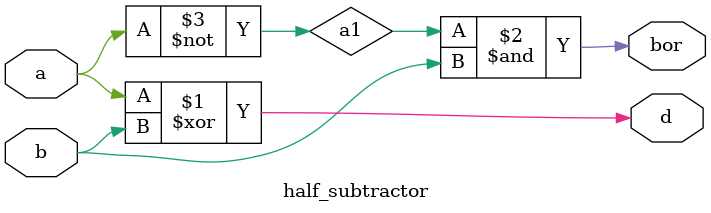
<source format=v>
`timescale 1ns / 1ps
module half_subtractor(input a,b, output d,bor);
    wire a1;
    xor (d,a,b);
    not(a1,a);
    and(bor,a1,b);
endmodule

</source>
